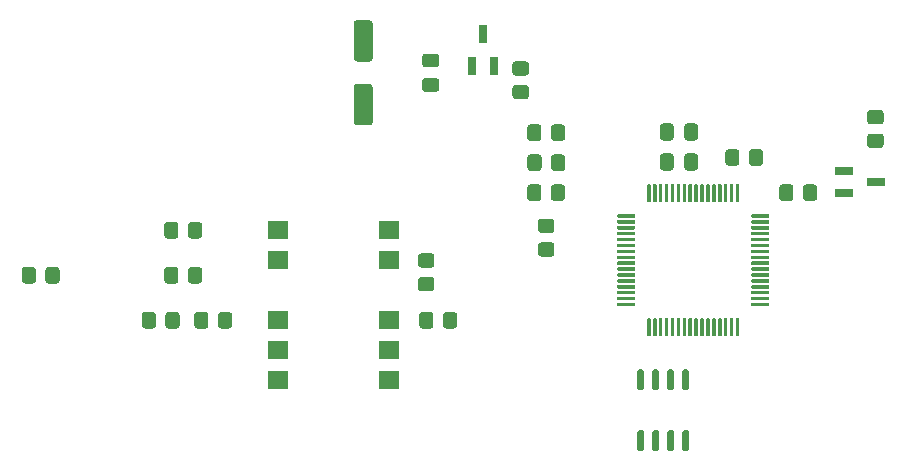
<source format=gbr>
%TF.GenerationSoftware,KiCad,Pcbnew,(5.1.9)-1*%
%TF.CreationDate,2021-12-16T02:45:32+03:00*%
%TF.ProjectId,pcb-heater,7063622d-6865-4617-9465-722e6b696361,rev?*%
%TF.SameCoordinates,Original*%
%TF.FileFunction,Paste,Bot*%
%TF.FilePolarity,Positive*%
%FSLAX46Y46*%
G04 Gerber Fmt 4.6, Leading zero omitted, Abs format (unit mm)*
G04 Created by KiCad (PCBNEW (5.1.9)-1) date 2021-12-16 02:45:32*
%MOMM*%
%LPD*%
G01*
G04 APERTURE LIST*
%ADD10R,1.700000X1.500000*%
%ADD11R,1.560000X0.800000*%
%ADD12R,0.800000X1.560000*%
G04 APERTURE END LIST*
%TO.C,U2*%
G36*
G01*
X116990000Y-114505000D02*
X116690000Y-114505000D01*
G75*
G02*
X116540000Y-114355000I0J150000D01*
G01*
X116540000Y-112905000D01*
G75*
G02*
X116690000Y-112755000I150000J0D01*
G01*
X116990000Y-112755000D01*
G75*
G02*
X117140000Y-112905000I0J-150000D01*
G01*
X117140000Y-114355000D01*
G75*
G02*
X116990000Y-114505000I-150000J0D01*
G01*
G37*
G36*
G01*
X115720000Y-114505000D02*
X115420000Y-114505000D01*
G75*
G02*
X115270000Y-114355000I0J150000D01*
G01*
X115270000Y-112905000D01*
G75*
G02*
X115420000Y-112755000I150000J0D01*
G01*
X115720000Y-112755000D01*
G75*
G02*
X115870000Y-112905000I0J-150000D01*
G01*
X115870000Y-114355000D01*
G75*
G02*
X115720000Y-114505000I-150000J0D01*
G01*
G37*
G36*
G01*
X114450000Y-114505000D02*
X114150000Y-114505000D01*
G75*
G02*
X114000000Y-114355000I0J150000D01*
G01*
X114000000Y-112905000D01*
G75*
G02*
X114150000Y-112755000I150000J0D01*
G01*
X114450000Y-112755000D01*
G75*
G02*
X114600000Y-112905000I0J-150000D01*
G01*
X114600000Y-114355000D01*
G75*
G02*
X114450000Y-114505000I-150000J0D01*
G01*
G37*
G36*
G01*
X113180000Y-114505000D02*
X112880000Y-114505000D01*
G75*
G02*
X112730000Y-114355000I0J150000D01*
G01*
X112730000Y-112905000D01*
G75*
G02*
X112880000Y-112755000I150000J0D01*
G01*
X113180000Y-112755000D01*
G75*
G02*
X113330000Y-112905000I0J-150000D01*
G01*
X113330000Y-114355000D01*
G75*
G02*
X113180000Y-114505000I-150000J0D01*
G01*
G37*
G36*
G01*
X113180000Y-119655000D02*
X112880000Y-119655000D01*
G75*
G02*
X112730000Y-119505000I0J150000D01*
G01*
X112730000Y-118055000D01*
G75*
G02*
X112880000Y-117905000I150000J0D01*
G01*
X113180000Y-117905000D01*
G75*
G02*
X113330000Y-118055000I0J-150000D01*
G01*
X113330000Y-119505000D01*
G75*
G02*
X113180000Y-119655000I-150000J0D01*
G01*
G37*
G36*
G01*
X114450000Y-119655000D02*
X114150000Y-119655000D01*
G75*
G02*
X114000000Y-119505000I0J150000D01*
G01*
X114000000Y-118055000D01*
G75*
G02*
X114150000Y-117905000I150000J0D01*
G01*
X114450000Y-117905000D01*
G75*
G02*
X114600000Y-118055000I0J-150000D01*
G01*
X114600000Y-119505000D01*
G75*
G02*
X114450000Y-119655000I-150000J0D01*
G01*
G37*
G36*
G01*
X115720000Y-119655000D02*
X115420000Y-119655000D01*
G75*
G02*
X115270000Y-119505000I0J150000D01*
G01*
X115270000Y-118055000D01*
G75*
G02*
X115420000Y-117905000I150000J0D01*
G01*
X115720000Y-117905000D01*
G75*
G02*
X115870000Y-118055000I0J-150000D01*
G01*
X115870000Y-119505000D01*
G75*
G02*
X115720000Y-119655000I-150000J0D01*
G01*
G37*
G36*
G01*
X116990000Y-119655000D02*
X116690000Y-119655000D01*
G75*
G02*
X116540000Y-119505000I0J150000D01*
G01*
X116540000Y-118055000D01*
G75*
G02*
X116690000Y-117905000I150000J0D01*
G01*
X116990000Y-117905000D01*
G75*
G02*
X117140000Y-118055000I0J-150000D01*
G01*
X117140000Y-119505000D01*
G75*
G02*
X116990000Y-119655000I-150000J0D01*
G01*
G37*
%TD*%
%TO.C,R16*%
G36*
G01*
X61830000Y-104324999D02*
X61830000Y-105225001D01*
G75*
G02*
X61580001Y-105475000I-249999J0D01*
G01*
X60879999Y-105475000D01*
G75*
G02*
X60630000Y-105225001I0J249999D01*
G01*
X60630000Y-104324999D01*
G75*
G02*
X60879999Y-104075000I249999J0D01*
G01*
X61580001Y-104075000D01*
G75*
G02*
X61830000Y-104324999I0J-249999D01*
G01*
G37*
G36*
G01*
X63830000Y-104324999D02*
X63830000Y-105225001D01*
G75*
G02*
X63580001Y-105475000I-249999J0D01*
G01*
X62879999Y-105475000D01*
G75*
G02*
X62630000Y-105225001I0J249999D01*
G01*
X62630000Y-104324999D01*
G75*
G02*
X62879999Y-104075000I249999J0D01*
G01*
X63580001Y-104075000D01*
G75*
G02*
X63830000Y-104324999I0J-249999D01*
G01*
G37*
%TD*%
D10*
%TO.C,U4*%
X82295000Y-113665000D03*
X91695000Y-113665000D03*
X82295000Y-108585000D03*
X82295000Y-111125000D03*
X91695000Y-111125000D03*
X91695000Y-108585000D03*
%TD*%
%TO.C,U3*%
X91695000Y-103505000D03*
X91695000Y-100965000D03*
X82295000Y-100965000D03*
X82295000Y-103505000D03*
%TD*%
%TO.C,U1*%
G36*
G01*
X111100000Y-99605000D02*
X112500000Y-99605000D01*
G75*
G02*
X112575000Y-99680000I0J-75000D01*
G01*
X112575000Y-99830000D01*
G75*
G02*
X112500000Y-99905000I-75000J0D01*
G01*
X111100000Y-99905000D01*
G75*
G02*
X111025000Y-99830000I0J75000D01*
G01*
X111025000Y-99680000D01*
G75*
G02*
X111100000Y-99605000I75000J0D01*
G01*
G37*
G36*
G01*
X111100000Y-100105000D02*
X112500000Y-100105000D01*
G75*
G02*
X112575000Y-100180000I0J-75000D01*
G01*
X112575000Y-100330000D01*
G75*
G02*
X112500000Y-100405000I-75000J0D01*
G01*
X111100000Y-100405000D01*
G75*
G02*
X111025000Y-100330000I0J75000D01*
G01*
X111025000Y-100180000D01*
G75*
G02*
X111100000Y-100105000I75000J0D01*
G01*
G37*
G36*
G01*
X111100000Y-100605000D02*
X112500000Y-100605000D01*
G75*
G02*
X112575000Y-100680000I0J-75000D01*
G01*
X112575000Y-100830000D01*
G75*
G02*
X112500000Y-100905000I-75000J0D01*
G01*
X111100000Y-100905000D01*
G75*
G02*
X111025000Y-100830000I0J75000D01*
G01*
X111025000Y-100680000D01*
G75*
G02*
X111100000Y-100605000I75000J0D01*
G01*
G37*
G36*
G01*
X111100000Y-101105000D02*
X112500000Y-101105000D01*
G75*
G02*
X112575000Y-101180000I0J-75000D01*
G01*
X112575000Y-101330000D01*
G75*
G02*
X112500000Y-101405000I-75000J0D01*
G01*
X111100000Y-101405000D01*
G75*
G02*
X111025000Y-101330000I0J75000D01*
G01*
X111025000Y-101180000D01*
G75*
G02*
X111100000Y-101105000I75000J0D01*
G01*
G37*
G36*
G01*
X111100000Y-101605000D02*
X112500000Y-101605000D01*
G75*
G02*
X112575000Y-101680000I0J-75000D01*
G01*
X112575000Y-101830000D01*
G75*
G02*
X112500000Y-101905000I-75000J0D01*
G01*
X111100000Y-101905000D01*
G75*
G02*
X111025000Y-101830000I0J75000D01*
G01*
X111025000Y-101680000D01*
G75*
G02*
X111100000Y-101605000I75000J0D01*
G01*
G37*
G36*
G01*
X111100000Y-102105000D02*
X112500000Y-102105000D01*
G75*
G02*
X112575000Y-102180000I0J-75000D01*
G01*
X112575000Y-102330000D01*
G75*
G02*
X112500000Y-102405000I-75000J0D01*
G01*
X111100000Y-102405000D01*
G75*
G02*
X111025000Y-102330000I0J75000D01*
G01*
X111025000Y-102180000D01*
G75*
G02*
X111100000Y-102105000I75000J0D01*
G01*
G37*
G36*
G01*
X111100000Y-102605000D02*
X112500000Y-102605000D01*
G75*
G02*
X112575000Y-102680000I0J-75000D01*
G01*
X112575000Y-102830000D01*
G75*
G02*
X112500000Y-102905000I-75000J0D01*
G01*
X111100000Y-102905000D01*
G75*
G02*
X111025000Y-102830000I0J75000D01*
G01*
X111025000Y-102680000D01*
G75*
G02*
X111100000Y-102605000I75000J0D01*
G01*
G37*
G36*
G01*
X111100000Y-103105000D02*
X112500000Y-103105000D01*
G75*
G02*
X112575000Y-103180000I0J-75000D01*
G01*
X112575000Y-103330000D01*
G75*
G02*
X112500000Y-103405000I-75000J0D01*
G01*
X111100000Y-103405000D01*
G75*
G02*
X111025000Y-103330000I0J75000D01*
G01*
X111025000Y-103180000D01*
G75*
G02*
X111100000Y-103105000I75000J0D01*
G01*
G37*
G36*
G01*
X111100000Y-103605000D02*
X112500000Y-103605000D01*
G75*
G02*
X112575000Y-103680000I0J-75000D01*
G01*
X112575000Y-103830000D01*
G75*
G02*
X112500000Y-103905000I-75000J0D01*
G01*
X111100000Y-103905000D01*
G75*
G02*
X111025000Y-103830000I0J75000D01*
G01*
X111025000Y-103680000D01*
G75*
G02*
X111100000Y-103605000I75000J0D01*
G01*
G37*
G36*
G01*
X111100000Y-104105000D02*
X112500000Y-104105000D01*
G75*
G02*
X112575000Y-104180000I0J-75000D01*
G01*
X112575000Y-104330000D01*
G75*
G02*
X112500000Y-104405000I-75000J0D01*
G01*
X111100000Y-104405000D01*
G75*
G02*
X111025000Y-104330000I0J75000D01*
G01*
X111025000Y-104180000D01*
G75*
G02*
X111100000Y-104105000I75000J0D01*
G01*
G37*
G36*
G01*
X111100000Y-104605000D02*
X112500000Y-104605000D01*
G75*
G02*
X112575000Y-104680000I0J-75000D01*
G01*
X112575000Y-104830000D01*
G75*
G02*
X112500000Y-104905000I-75000J0D01*
G01*
X111100000Y-104905000D01*
G75*
G02*
X111025000Y-104830000I0J75000D01*
G01*
X111025000Y-104680000D01*
G75*
G02*
X111100000Y-104605000I75000J0D01*
G01*
G37*
G36*
G01*
X111100000Y-105105000D02*
X112500000Y-105105000D01*
G75*
G02*
X112575000Y-105180000I0J-75000D01*
G01*
X112575000Y-105330000D01*
G75*
G02*
X112500000Y-105405000I-75000J0D01*
G01*
X111100000Y-105405000D01*
G75*
G02*
X111025000Y-105330000I0J75000D01*
G01*
X111025000Y-105180000D01*
G75*
G02*
X111100000Y-105105000I75000J0D01*
G01*
G37*
G36*
G01*
X111100000Y-105605000D02*
X112500000Y-105605000D01*
G75*
G02*
X112575000Y-105680000I0J-75000D01*
G01*
X112575000Y-105830000D01*
G75*
G02*
X112500000Y-105905000I-75000J0D01*
G01*
X111100000Y-105905000D01*
G75*
G02*
X111025000Y-105830000I0J75000D01*
G01*
X111025000Y-105680000D01*
G75*
G02*
X111100000Y-105605000I75000J0D01*
G01*
G37*
G36*
G01*
X111100000Y-106105000D02*
X112500000Y-106105000D01*
G75*
G02*
X112575000Y-106180000I0J-75000D01*
G01*
X112575000Y-106330000D01*
G75*
G02*
X112500000Y-106405000I-75000J0D01*
G01*
X111100000Y-106405000D01*
G75*
G02*
X111025000Y-106330000I0J75000D01*
G01*
X111025000Y-106180000D01*
G75*
G02*
X111100000Y-106105000I75000J0D01*
G01*
G37*
G36*
G01*
X111100000Y-106605000D02*
X112500000Y-106605000D01*
G75*
G02*
X112575000Y-106680000I0J-75000D01*
G01*
X112575000Y-106830000D01*
G75*
G02*
X112500000Y-106905000I-75000J0D01*
G01*
X111100000Y-106905000D01*
G75*
G02*
X111025000Y-106830000I0J75000D01*
G01*
X111025000Y-106680000D01*
G75*
G02*
X111100000Y-106605000I75000J0D01*
G01*
G37*
G36*
G01*
X111100000Y-107105000D02*
X112500000Y-107105000D01*
G75*
G02*
X112575000Y-107180000I0J-75000D01*
G01*
X112575000Y-107330000D01*
G75*
G02*
X112500000Y-107405000I-75000J0D01*
G01*
X111100000Y-107405000D01*
G75*
G02*
X111025000Y-107330000I0J75000D01*
G01*
X111025000Y-107180000D01*
G75*
G02*
X111100000Y-107105000I75000J0D01*
G01*
G37*
G36*
G01*
X113650000Y-108405000D02*
X113800000Y-108405000D01*
G75*
G02*
X113875000Y-108480000I0J-75000D01*
G01*
X113875000Y-109880000D01*
G75*
G02*
X113800000Y-109955000I-75000J0D01*
G01*
X113650000Y-109955000D01*
G75*
G02*
X113575000Y-109880000I0J75000D01*
G01*
X113575000Y-108480000D01*
G75*
G02*
X113650000Y-108405000I75000J0D01*
G01*
G37*
G36*
G01*
X114150000Y-108405000D02*
X114300000Y-108405000D01*
G75*
G02*
X114375000Y-108480000I0J-75000D01*
G01*
X114375000Y-109880000D01*
G75*
G02*
X114300000Y-109955000I-75000J0D01*
G01*
X114150000Y-109955000D01*
G75*
G02*
X114075000Y-109880000I0J75000D01*
G01*
X114075000Y-108480000D01*
G75*
G02*
X114150000Y-108405000I75000J0D01*
G01*
G37*
G36*
G01*
X114650000Y-108405000D02*
X114800000Y-108405000D01*
G75*
G02*
X114875000Y-108480000I0J-75000D01*
G01*
X114875000Y-109880000D01*
G75*
G02*
X114800000Y-109955000I-75000J0D01*
G01*
X114650000Y-109955000D01*
G75*
G02*
X114575000Y-109880000I0J75000D01*
G01*
X114575000Y-108480000D01*
G75*
G02*
X114650000Y-108405000I75000J0D01*
G01*
G37*
G36*
G01*
X115150000Y-108405000D02*
X115300000Y-108405000D01*
G75*
G02*
X115375000Y-108480000I0J-75000D01*
G01*
X115375000Y-109880000D01*
G75*
G02*
X115300000Y-109955000I-75000J0D01*
G01*
X115150000Y-109955000D01*
G75*
G02*
X115075000Y-109880000I0J75000D01*
G01*
X115075000Y-108480000D01*
G75*
G02*
X115150000Y-108405000I75000J0D01*
G01*
G37*
G36*
G01*
X115650000Y-108405000D02*
X115800000Y-108405000D01*
G75*
G02*
X115875000Y-108480000I0J-75000D01*
G01*
X115875000Y-109880000D01*
G75*
G02*
X115800000Y-109955000I-75000J0D01*
G01*
X115650000Y-109955000D01*
G75*
G02*
X115575000Y-109880000I0J75000D01*
G01*
X115575000Y-108480000D01*
G75*
G02*
X115650000Y-108405000I75000J0D01*
G01*
G37*
G36*
G01*
X116150000Y-108405000D02*
X116300000Y-108405000D01*
G75*
G02*
X116375000Y-108480000I0J-75000D01*
G01*
X116375000Y-109880000D01*
G75*
G02*
X116300000Y-109955000I-75000J0D01*
G01*
X116150000Y-109955000D01*
G75*
G02*
X116075000Y-109880000I0J75000D01*
G01*
X116075000Y-108480000D01*
G75*
G02*
X116150000Y-108405000I75000J0D01*
G01*
G37*
G36*
G01*
X116650000Y-108405000D02*
X116800000Y-108405000D01*
G75*
G02*
X116875000Y-108480000I0J-75000D01*
G01*
X116875000Y-109880000D01*
G75*
G02*
X116800000Y-109955000I-75000J0D01*
G01*
X116650000Y-109955000D01*
G75*
G02*
X116575000Y-109880000I0J75000D01*
G01*
X116575000Y-108480000D01*
G75*
G02*
X116650000Y-108405000I75000J0D01*
G01*
G37*
G36*
G01*
X117150000Y-108405000D02*
X117300000Y-108405000D01*
G75*
G02*
X117375000Y-108480000I0J-75000D01*
G01*
X117375000Y-109880000D01*
G75*
G02*
X117300000Y-109955000I-75000J0D01*
G01*
X117150000Y-109955000D01*
G75*
G02*
X117075000Y-109880000I0J75000D01*
G01*
X117075000Y-108480000D01*
G75*
G02*
X117150000Y-108405000I75000J0D01*
G01*
G37*
G36*
G01*
X117650000Y-108405000D02*
X117800000Y-108405000D01*
G75*
G02*
X117875000Y-108480000I0J-75000D01*
G01*
X117875000Y-109880000D01*
G75*
G02*
X117800000Y-109955000I-75000J0D01*
G01*
X117650000Y-109955000D01*
G75*
G02*
X117575000Y-109880000I0J75000D01*
G01*
X117575000Y-108480000D01*
G75*
G02*
X117650000Y-108405000I75000J0D01*
G01*
G37*
G36*
G01*
X118150000Y-108405000D02*
X118300000Y-108405000D01*
G75*
G02*
X118375000Y-108480000I0J-75000D01*
G01*
X118375000Y-109880000D01*
G75*
G02*
X118300000Y-109955000I-75000J0D01*
G01*
X118150000Y-109955000D01*
G75*
G02*
X118075000Y-109880000I0J75000D01*
G01*
X118075000Y-108480000D01*
G75*
G02*
X118150000Y-108405000I75000J0D01*
G01*
G37*
G36*
G01*
X118650000Y-108405000D02*
X118800000Y-108405000D01*
G75*
G02*
X118875000Y-108480000I0J-75000D01*
G01*
X118875000Y-109880000D01*
G75*
G02*
X118800000Y-109955000I-75000J0D01*
G01*
X118650000Y-109955000D01*
G75*
G02*
X118575000Y-109880000I0J75000D01*
G01*
X118575000Y-108480000D01*
G75*
G02*
X118650000Y-108405000I75000J0D01*
G01*
G37*
G36*
G01*
X119150000Y-108405000D02*
X119300000Y-108405000D01*
G75*
G02*
X119375000Y-108480000I0J-75000D01*
G01*
X119375000Y-109880000D01*
G75*
G02*
X119300000Y-109955000I-75000J0D01*
G01*
X119150000Y-109955000D01*
G75*
G02*
X119075000Y-109880000I0J75000D01*
G01*
X119075000Y-108480000D01*
G75*
G02*
X119150000Y-108405000I75000J0D01*
G01*
G37*
G36*
G01*
X119650000Y-108405000D02*
X119800000Y-108405000D01*
G75*
G02*
X119875000Y-108480000I0J-75000D01*
G01*
X119875000Y-109880000D01*
G75*
G02*
X119800000Y-109955000I-75000J0D01*
G01*
X119650000Y-109955000D01*
G75*
G02*
X119575000Y-109880000I0J75000D01*
G01*
X119575000Y-108480000D01*
G75*
G02*
X119650000Y-108405000I75000J0D01*
G01*
G37*
G36*
G01*
X120150000Y-108405000D02*
X120300000Y-108405000D01*
G75*
G02*
X120375000Y-108480000I0J-75000D01*
G01*
X120375000Y-109880000D01*
G75*
G02*
X120300000Y-109955000I-75000J0D01*
G01*
X120150000Y-109955000D01*
G75*
G02*
X120075000Y-109880000I0J75000D01*
G01*
X120075000Y-108480000D01*
G75*
G02*
X120150000Y-108405000I75000J0D01*
G01*
G37*
G36*
G01*
X120650000Y-108405000D02*
X120800000Y-108405000D01*
G75*
G02*
X120875000Y-108480000I0J-75000D01*
G01*
X120875000Y-109880000D01*
G75*
G02*
X120800000Y-109955000I-75000J0D01*
G01*
X120650000Y-109955000D01*
G75*
G02*
X120575000Y-109880000I0J75000D01*
G01*
X120575000Y-108480000D01*
G75*
G02*
X120650000Y-108405000I75000J0D01*
G01*
G37*
G36*
G01*
X121150000Y-108405000D02*
X121300000Y-108405000D01*
G75*
G02*
X121375000Y-108480000I0J-75000D01*
G01*
X121375000Y-109880000D01*
G75*
G02*
X121300000Y-109955000I-75000J0D01*
G01*
X121150000Y-109955000D01*
G75*
G02*
X121075000Y-109880000I0J75000D01*
G01*
X121075000Y-108480000D01*
G75*
G02*
X121150000Y-108405000I75000J0D01*
G01*
G37*
G36*
G01*
X122450000Y-107105000D02*
X123850000Y-107105000D01*
G75*
G02*
X123925000Y-107180000I0J-75000D01*
G01*
X123925000Y-107330000D01*
G75*
G02*
X123850000Y-107405000I-75000J0D01*
G01*
X122450000Y-107405000D01*
G75*
G02*
X122375000Y-107330000I0J75000D01*
G01*
X122375000Y-107180000D01*
G75*
G02*
X122450000Y-107105000I75000J0D01*
G01*
G37*
G36*
G01*
X122450000Y-106605000D02*
X123850000Y-106605000D01*
G75*
G02*
X123925000Y-106680000I0J-75000D01*
G01*
X123925000Y-106830000D01*
G75*
G02*
X123850000Y-106905000I-75000J0D01*
G01*
X122450000Y-106905000D01*
G75*
G02*
X122375000Y-106830000I0J75000D01*
G01*
X122375000Y-106680000D01*
G75*
G02*
X122450000Y-106605000I75000J0D01*
G01*
G37*
G36*
G01*
X122450000Y-106105000D02*
X123850000Y-106105000D01*
G75*
G02*
X123925000Y-106180000I0J-75000D01*
G01*
X123925000Y-106330000D01*
G75*
G02*
X123850000Y-106405000I-75000J0D01*
G01*
X122450000Y-106405000D01*
G75*
G02*
X122375000Y-106330000I0J75000D01*
G01*
X122375000Y-106180000D01*
G75*
G02*
X122450000Y-106105000I75000J0D01*
G01*
G37*
G36*
G01*
X122450000Y-105605000D02*
X123850000Y-105605000D01*
G75*
G02*
X123925000Y-105680000I0J-75000D01*
G01*
X123925000Y-105830000D01*
G75*
G02*
X123850000Y-105905000I-75000J0D01*
G01*
X122450000Y-105905000D01*
G75*
G02*
X122375000Y-105830000I0J75000D01*
G01*
X122375000Y-105680000D01*
G75*
G02*
X122450000Y-105605000I75000J0D01*
G01*
G37*
G36*
G01*
X122450000Y-105105000D02*
X123850000Y-105105000D01*
G75*
G02*
X123925000Y-105180000I0J-75000D01*
G01*
X123925000Y-105330000D01*
G75*
G02*
X123850000Y-105405000I-75000J0D01*
G01*
X122450000Y-105405000D01*
G75*
G02*
X122375000Y-105330000I0J75000D01*
G01*
X122375000Y-105180000D01*
G75*
G02*
X122450000Y-105105000I75000J0D01*
G01*
G37*
G36*
G01*
X122450000Y-104605000D02*
X123850000Y-104605000D01*
G75*
G02*
X123925000Y-104680000I0J-75000D01*
G01*
X123925000Y-104830000D01*
G75*
G02*
X123850000Y-104905000I-75000J0D01*
G01*
X122450000Y-104905000D01*
G75*
G02*
X122375000Y-104830000I0J75000D01*
G01*
X122375000Y-104680000D01*
G75*
G02*
X122450000Y-104605000I75000J0D01*
G01*
G37*
G36*
G01*
X122450000Y-104105000D02*
X123850000Y-104105000D01*
G75*
G02*
X123925000Y-104180000I0J-75000D01*
G01*
X123925000Y-104330000D01*
G75*
G02*
X123850000Y-104405000I-75000J0D01*
G01*
X122450000Y-104405000D01*
G75*
G02*
X122375000Y-104330000I0J75000D01*
G01*
X122375000Y-104180000D01*
G75*
G02*
X122450000Y-104105000I75000J0D01*
G01*
G37*
G36*
G01*
X122450000Y-103605000D02*
X123850000Y-103605000D01*
G75*
G02*
X123925000Y-103680000I0J-75000D01*
G01*
X123925000Y-103830000D01*
G75*
G02*
X123850000Y-103905000I-75000J0D01*
G01*
X122450000Y-103905000D01*
G75*
G02*
X122375000Y-103830000I0J75000D01*
G01*
X122375000Y-103680000D01*
G75*
G02*
X122450000Y-103605000I75000J0D01*
G01*
G37*
G36*
G01*
X122450000Y-103105000D02*
X123850000Y-103105000D01*
G75*
G02*
X123925000Y-103180000I0J-75000D01*
G01*
X123925000Y-103330000D01*
G75*
G02*
X123850000Y-103405000I-75000J0D01*
G01*
X122450000Y-103405000D01*
G75*
G02*
X122375000Y-103330000I0J75000D01*
G01*
X122375000Y-103180000D01*
G75*
G02*
X122450000Y-103105000I75000J0D01*
G01*
G37*
G36*
G01*
X122450000Y-102605000D02*
X123850000Y-102605000D01*
G75*
G02*
X123925000Y-102680000I0J-75000D01*
G01*
X123925000Y-102830000D01*
G75*
G02*
X123850000Y-102905000I-75000J0D01*
G01*
X122450000Y-102905000D01*
G75*
G02*
X122375000Y-102830000I0J75000D01*
G01*
X122375000Y-102680000D01*
G75*
G02*
X122450000Y-102605000I75000J0D01*
G01*
G37*
G36*
G01*
X122450000Y-102105000D02*
X123850000Y-102105000D01*
G75*
G02*
X123925000Y-102180000I0J-75000D01*
G01*
X123925000Y-102330000D01*
G75*
G02*
X123850000Y-102405000I-75000J0D01*
G01*
X122450000Y-102405000D01*
G75*
G02*
X122375000Y-102330000I0J75000D01*
G01*
X122375000Y-102180000D01*
G75*
G02*
X122450000Y-102105000I75000J0D01*
G01*
G37*
G36*
G01*
X122450000Y-101605000D02*
X123850000Y-101605000D01*
G75*
G02*
X123925000Y-101680000I0J-75000D01*
G01*
X123925000Y-101830000D01*
G75*
G02*
X123850000Y-101905000I-75000J0D01*
G01*
X122450000Y-101905000D01*
G75*
G02*
X122375000Y-101830000I0J75000D01*
G01*
X122375000Y-101680000D01*
G75*
G02*
X122450000Y-101605000I75000J0D01*
G01*
G37*
G36*
G01*
X122450000Y-101105000D02*
X123850000Y-101105000D01*
G75*
G02*
X123925000Y-101180000I0J-75000D01*
G01*
X123925000Y-101330000D01*
G75*
G02*
X123850000Y-101405000I-75000J0D01*
G01*
X122450000Y-101405000D01*
G75*
G02*
X122375000Y-101330000I0J75000D01*
G01*
X122375000Y-101180000D01*
G75*
G02*
X122450000Y-101105000I75000J0D01*
G01*
G37*
G36*
G01*
X122450000Y-100605000D02*
X123850000Y-100605000D01*
G75*
G02*
X123925000Y-100680000I0J-75000D01*
G01*
X123925000Y-100830000D01*
G75*
G02*
X123850000Y-100905000I-75000J0D01*
G01*
X122450000Y-100905000D01*
G75*
G02*
X122375000Y-100830000I0J75000D01*
G01*
X122375000Y-100680000D01*
G75*
G02*
X122450000Y-100605000I75000J0D01*
G01*
G37*
G36*
G01*
X122450000Y-100105000D02*
X123850000Y-100105000D01*
G75*
G02*
X123925000Y-100180000I0J-75000D01*
G01*
X123925000Y-100330000D01*
G75*
G02*
X123850000Y-100405000I-75000J0D01*
G01*
X122450000Y-100405000D01*
G75*
G02*
X122375000Y-100330000I0J75000D01*
G01*
X122375000Y-100180000D01*
G75*
G02*
X122450000Y-100105000I75000J0D01*
G01*
G37*
G36*
G01*
X122450000Y-99605000D02*
X123850000Y-99605000D01*
G75*
G02*
X123925000Y-99680000I0J-75000D01*
G01*
X123925000Y-99830000D01*
G75*
G02*
X123850000Y-99905000I-75000J0D01*
G01*
X122450000Y-99905000D01*
G75*
G02*
X122375000Y-99830000I0J75000D01*
G01*
X122375000Y-99680000D01*
G75*
G02*
X122450000Y-99605000I75000J0D01*
G01*
G37*
G36*
G01*
X121150000Y-97055000D02*
X121300000Y-97055000D01*
G75*
G02*
X121375000Y-97130000I0J-75000D01*
G01*
X121375000Y-98530000D01*
G75*
G02*
X121300000Y-98605000I-75000J0D01*
G01*
X121150000Y-98605000D01*
G75*
G02*
X121075000Y-98530000I0J75000D01*
G01*
X121075000Y-97130000D01*
G75*
G02*
X121150000Y-97055000I75000J0D01*
G01*
G37*
G36*
G01*
X120650000Y-97055000D02*
X120800000Y-97055000D01*
G75*
G02*
X120875000Y-97130000I0J-75000D01*
G01*
X120875000Y-98530000D01*
G75*
G02*
X120800000Y-98605000I-75000J0D01*
G01*
X120650000Y-98605000D01*
G75*
G02*
X120575000Y-98530000I0J75000D01*
G01*
X120575000Y-97130000D01*
G75*
G02*
X120650000Y-97055000I75000J0D01*
G01*
G37*
G36*
G01*
X120150000Y-97055000D02*
X120300000Y-97055000D01*
G75*
G02*
X120375000Y-97130000I0J-75000D01*
G01*
X120375000Y-98530000D01*
G75*
G02*
X120300000Y-98605000I-75000J0D01*
G01*
X120150000Y-98605000D01*
G75*
G02*
X120075000Y-98530000I0J75000D01*
G01*
X120075000Y-97130000D01*
G75*
G02*
X120150000Y-97055000I75000J0D01*
G01*
G37*
G36*
G01*
X119650000Y-97055000D02*
X119800000Y-97055000D01*
G75*
G02*
X119875000Y-97130000I0J-75000D01*
G01*
X119875000Y-98530000D01*
G75*
G02*
X119800000Y-98605000I-75000J0D01*
G01*
X119650000Y-98605000D01*
G75*
G02*
X119575000Y-98530000I0J75000D01*
G01*
X119575000Y-97130000D01*
G75*
G02*
X119650000Y-97055000I75000J0D01*
G01*
G37*
G36*
G01*
X119150000Y-97055000D02*
X119300000Y-97055000D01*
G75*
G02*
X119375000Y-97130000I0J-75000D01*
G01*
X119375000Y-98530000D01*
G75*
G02*
X119300000Y-98605000I-75000J0D01*
G01*
X119150000Y-98605000D01*
G75*
G02*
X119075000Y-98530000I0J75000D01*
G01*
X119075000Y-97130000D01*
G75*
G02*
X119150000Y-97055000I75000J0D01*
G01*
G37*
G36*
G01*
X118650000Y-97055000D02*
X118800000Y-97055000D01*
G75*
G02*
X118875000Y-97130000I0J-75000D01*
G01*
X118875000Y-98530000D01*
G75*
G02*
X118800000Y-98605000I-75000J0D01*
G01*
X118650000Y-98605000D01*
G75*
G02*
X118575000Y-98530000I0J75000D01*
G01*
X118575000Y-97130000D01*
G75*
G02*
X118650000Y-97055000I75000J0D01*
G01*
G37*
G36*
G01*
X118150000Y-97055000D02*
X118300000Y-97055000D01*
G75*
G02*
X118375000Y-97130000I0J-75000D01*
G01*
X118375000Y-98530000D01*
G75*
G02*
X118300000Y-98605000I-75000J0D01*
G01*
X118150000Y-98605000D01*
G75*
G02*
X118075000Y-98530000I0J75000D01*
G01*
X118075000Y-97130000D01*
G75*
G02*
X118150000Y-97055000I75000J0D01*
G01*
G37*
G36*
G01*
X117650000Y-97055000D02*
X117800000Y-97055000D01*
G75*
G02*
X117875000Y-97130000I0J-75000D01*
G01*
X117875000Y-98530000D01*
G75*
G02*
X117800000Y-98605000I-75000J0D01*
G01*
X117650000Y-98605000D01*
G75*
G02*
X117575000Y-98530000I0J75000D01*
G01*
X117575000Y-97130000D01*
G75*
G02*
X117650000Y-97055000I75000J0D01*
G01*
G37*
G36*
G01*
X117150000Y-97055000D02*
X117300000Y-97055000D01*
G75*
G02*
X117375000Y-97130000I0J-75000D01*
G01*
X117375000Y-98530000D01*
G75*
G02*
X117300000Y-98605000I-75000J0D01*
G01*
X117150000Y-98605000D01*
G75*
G02*
X117075000Y-98530000I0J75000D01*
G01*
X117075000Y-97130000D01*
G75*
G02*
X117150000Y-97055000I75000J0D01*
G01*
G37*
G36*
G01*
X116650000Y-97055000D02*
X116800000Y-97055000D01*
G75*
G02*
X116875000Y-97130000I0J-75000D01*
G01*
X116875000Y-98530000D01*
G75*
G02*
X116800000Y-98605000I-75000J0D01*
G01*
X116650000Y-98605000D01*
G75*
G02*
X116575000Y-98530000I0J75000D01*
G01*
X116575000Y-97130000D01*
G75*
G02*
X116650000Y-97055000I75000J0D01*
G01*
G37*
G36*
G01*
X116150000Y-97055000D02*
X116300000Y-97055000D01*
G75*
G02*
X116375000Y-97130000I0J-75000D01*
G01*
X116375000Y-98530000D01*
G75*
G02*
X116300000Y-98605000I-75000J0D01*
G01*
X116150000Y-98605000D01*
G75*
G02*
X116075000Y-98530000I0J75000D01*
G01*
X116075000Y-97130000D01*
G75*
G02*
X116150000Y-97055000I75000J0D01*
G01*
G37*
G36*
G01*
X115650000Y-97055000D02*
X115800000Y-97055000D01*
G75*
G02*
X115875000Y-97130000I0J-75000D01*
G01*
X115875000Y-98530000D01*
G75*
G02*
X115800000Y-98605000I-75000J0D01*
G01*
X115650000Y-98605000D01*
G75*
G02*
X115575000Y-98530000I0J75000D01*
G01*
X115575000Y-97130000D01*
G75*
G02*
X115650000Y-97055000I75000J0D01*
G01*
G37*
G36*
G01*
X115150000Y-97055000D02*
X115300000Y-97055000D01*
G75*
G02*
X115375000Y-97130000I0J-75000D01*
G01*
X115375000Y-98530000D01*
G75*
G02*
X115300000Y-98605000I-75000J0D01*
G01*
X115150000Y-98605000D01*
G75*
G02*
X115075000Y-98530000I0J75000D01*
G01*
X115075000Y-97130000D01*
G75*
G02*
X115150000Y-97055000I75000J0D01*
G01*
G37*
G36*
G01*
X114650000Y-97055000D02*
X114800000Y-97055000D01*
G75*
G02*
X114875000Y-97130000I0J-75000D01*
G01*
X114875000Y-98530000D01*
G75*
G02*
X114800000Y-98605000I-75000J0D01*
G01*
X114650000Y-98605000D01*
G75*
G02*
X114575000Y-98530000I0J75000D01*
G01*
X114575000Y-97130000D01*
G75*
G02*
X114650000Y-97055000I75000J0D01*
G01*
G37*
G36*
G01*
X114150000Y-97055000D02*
X114300000Y-97055000D01*
G75*
G02*
X114375000Y-97130000I0J-75000D01*
G01*
X114375000Y-98530000D01*
G75*
G02*
X114300000Y-98605000I-75000J0D01*
G01*
X114150000Y-98605000D01*
G75*
G02*
X114075000Y-98530000I0J75000D01*
G01*
X114075000Y-97130000D01*
G75*
G02*
X114150000Y-97055000I75000J0D01*
G01*
G37*
G36*
G01*
X113650000Y-97055000D02*
X113800000Y-97055000D01*
G75*
G02*
X113875000Y-97130000I0J-75000D01*
G01*
X113875000Y-98530000D01*
G75*
G02*
X113800000Y-98605000I-75000J0D01*
G01*
X113650000Y-98605000D01*
G75*
G02*
X113575000Y-98530000I0J75000D01*
G01*
X113575000Y-97130000D01*
G75*
G02*
X113650000Y-97055000I75000J0D01*
G01*
G37*
%TD*%
%TO.C,R15*%
G36*
G01*
X72790000Y-109035001D02*
X72790000Y-108134999D01*
G75*
G02*
X73039999Y-107885000I249999J0D01*
G01*
X73740001Y-107885000D01*
G75*
G02*
X73990000Y-108134999I0J-249999D01*
G01*
X73990000Y-109035001D01*
G75*
G02*
X73740001Y-109285000I-249999J0D01*
G01*
X73039999Y-109285000D01*
G75*
G02*
X72790000Y-109035001I0J249999D01*
G01*
G37*
G36*
G01*
X70790000Y-109035001D02*
X70790000Y-108134999D01*
G75*
G02*
X71039999Y-107885000I249999J0D01*
G01*
X71740001Y-107885000D01*
G75*
G02*
X71990000Y-108134999I0J-249999D01*
G01*
X71990000Y-109035001D01*
G75*
G02*
X71740001Y-109285000I-249999J0D01*
G01*
X71039999Y-109285000D01*
G75*
G02*
X70790000Y-109035001I0J249999D01*
G01*
G37*
%TD*%
%TO.C,R14*%
G36*
G01*
X95319001Y-104121000D02*
X94418999Y-104121000D01*
G75*
G02*
X94169000Y-103871001I0J249999D01*
G01*
X94169000Y-103170999D01*
G75*
G02*
X94418999Y-102921000I249999J0D01*
G01*
X95319001Y-102921000D01*
G75*
G02*
X95569000Y-103170999I0J-249999D01*
G01*
X95569000Y-103871001D01*
G75*
G02*
X95319001Y-104121000I-249999J0D01*
G01*
G37*
G36*
G01*
X95319001Y-106121000D02*
X94418999Y-106121000D01*
G75*
G02*
X94169000Y-105871001I0J249999D01*
G01*
X94169000Y-105170999D01*
G75*
G02*
X94418999Y-104921000I249999J0D01*
G01*
X95319001Y-104921000D01*
G75*
G02*
X95569000Y-105170999I0J-249999D01*
G01*
X95569000Y-105871001D01*
G75*
G02*
X95319001Y-106121000I-249999J0D01*
G01*
G37*
%TD*%
%TO.C,R13*%
G36*
G01*
X77235000Y-109035001D02*
X77235000Y-108134999D01*
G75*
G02*
X77484999Y-107885000I249999J0D01*
G01*
X78185001Y-107885000D01*
G75*
G02*
X78435000Y-108134999I0J-249999D01*
G01*
X78435000Y-109035001D01*
G75*
G02*
X78185001Y-109285000I-249999J0D01*
G01*
X77484999Y-109285000D01*
G75*
G02*
X77235000Y-109035001I0J249999D01*
G01*
G37*
G36*
G01*
X75235000Y-109035001D02*
X75235000Y-108134999D01*
G75*
G02*
X75484999Y-107885000I249999J0D01*
G01*
X76185001Y-107885000D01*
G75*
G02*
X76435000Y-108134999I0J-249999D01*
G01*
X76435000Y-109035001D01*
G75*
G02*
X76185001Y-109285000I-249999J0D01*
G01*
X75484999Y-109285000D01*
G75*
G02*
X75235000Y-109035001I0J249999D01*
G01*
G37*
%TD*%
%TO.C,R12*%
G36*
G01*
X105423000Y-98240001D02*
X105423000Y-97339999D01*
G75*
G02*
X105672999Y-97090000I249999J0D01*
G01*
X106373001Y-97090000D01*
G75*
G02*
X106623000Y-97339999I0J-249999D01*
G01*
X106623000Y-98240001D01*
G75*
G02*
X106373001Y-98490000I-249999J0D01*
G01*
X105672999Y-98490000D01*
G75*
G02*
X105423000Y-98240001I0J249999D01*
G01*
G37*
G36*
G01*
X103423000Y-98240001D02*
X103423000Y-97339999D01*
G75*
G02*
X103672999Y-97090000I249999J0D01*
G01*
X104373001Y-97090000D01*
G75*
G02*
X104623000Y-97339999I0J-249999D01*
G01*
X104623000Y-98240001D01*
G75*
G02*
X104373001Y-98490000I-249999J0D01*
G01*
X103672999Y-98490000D01*
G75*
G02*
X103423000Y-98240001I0J249999D01*
G01*
G37*
%TD*%
%TO.C,R11*%
G36*
G01*
X105445000Y-95700001D02*
X105445000Y-94799999D01*
G75*
G02*
X105694999Y-94550000I249999J0D01*
G01*
X106395001Y-94550000D01*
G75*
G02*
X106645000Y-94799999I0J-249999D01*
G01*
X106645000Y-95700001D01*
G75*
G02*
X106395001Y-95950000I-249999J0D01*
G01*
X105694999Y-95950000D01*
G75*
G02*
X105445000Y-95700001I0J249999D01*
G01*
G37*
G36*
G01*
X103445000Y-95700001D02*
X103445000Y-94799999D01*
G75*
G02*
X103694999Y-94550000I249999J0D01*
G01*
X104395001Y-94550000D01*
G75*
G02*
X104645000Y-94799999I0J-249999D01*
G01*
X104645000Y-95700001D01*
G75*
G02*
X104395001Y-95950000I-249999J0D01*
G01*
X103694999Y-95950000D01*
G75*
G02*
X103445000Y-95700001I0J249999D01*
G01*
G37*
%TD*%
%TO.C,R10*%
G36*
G01*
X105479001Y-101200000D02*
X104578999Y-101200000D01*
G75*
G02*
X104329000Y-100950001I0J249999D01*
G01*
X104329000Y-100249999D01*
G75*
G02*
X104578999Y-100000000I249999J0D01*
G01*
X105479001Y-100000000D01*
G75*
G02*
X105729000Y-100249999I0J-249999D01*
G01*
X105729000Y-100950001D01*
G75*
G02*
X105479001Y-101200000I-249999J0D01*
G01*
G37*
G36*
G01*
X105479001Y-103200000D02*
X104578999Y-103200000D01*
G75*
G02*
X104329000Y-102950001I0J249999D01*
G01*
X104329000Y-102249999D01*
G75*
G02*
X104578999Y-102000000I249999J0D01*
G01*
X105479001Y-102000000D01*
G75*
G02*
X105729000Y-102249999I0J-249999D01*
G01*
X105729000Y-102950001D01*
G75*
G02*
X105479001Y-103200000I-249999J0D01*
G01*
G37*
%TD*%
%TO.C,R9*%
G36*
G01*
X105429000Y-93160001D02*
X105429000Y-92259999D01*
G75*
G02*
X105678999Y-92010000I249999J0D01*
G01*
X106379001Y-92010000D01*
G75*
G02*
X106629000Y-92259999I0J-249999D01*
G01*
X106629000Y-93160001D01*
G75*
G02*
X106379001Y-93410000I-249999J0D01*
G01*
X105678999Y-93410000D01*
G75*
G02*
X105429000Y-93160001I0J249999D01*
G01*
G37*
G36*
G01*
X103429000Y-93160001D02*
X103429000Y-92259999D01*
G75*
G02*
X103678999Y-92010000I249999J0D01*
G01*
X104379001Y-92010000D01*
G75*
G02*
X104629000Y-92259999I0J-249999D01*
G01*
X104629000Y-93160001D01*
G75*
G02*
X104379001Y-93410000I-249999J0D01*
G01*
X103678999Y-93410000D01*
G75*
G02*
X103429000Y-93160001I0J249999D01*
G01*
G37*
%TD*%
%TO.C,R8*%
G36*
G01*
X96285000Y-109035001D02*
X96285000Y-108134999D01*
G75*
G02*
X96534999Y-107885000I249999J0D01*
G01*
X97235001Y-107885000D01*
G75*
G02*
X97485000Y-108134999I0J-249999D01*
G01*
X97485000Y-109035001D01*
G75*
G02*
X97235001Y-109285000I-249999J0D01*
G01*
X96534999Y-109285000D01*
G75*
G02*
X96285000Y-109035001I0J249999D01*
G01*
G37*
G36*
G01*
X94285000Y-109035001D02*
X94285000Y-108134999D01*
G75*
G02*
X94534999Y-107885000I249999J0D01*
G01*
X95235001Y-107885000D01*
G75*
G02*
X95485000Y-108134999I0J-249999D01*
G01*
X95485000Y-109035001D01*
G75*
G02*
X95235001Y-109285000I-249999J0D01*
G01*
X94534999Y-109285000D01*
G75*
G02*
X94285000Y-109035001I0J249999D01*
G01*
G37*
%TD*%
%TO.C,R7*%
G36*
G01*
X73895000Y-100514999D02*
X73895000Y-101415001D01*
G75*
G02*
X73645001Y-101665000I-249999J0D01*
G01*
X72944999Y-101665000D01*
G75*
G02*
X72695000Y-101415001I0J249999D01*
G01*
X72695000Y-100514999D01*
G75*
G02*
X72944999Y-100265000I249999J0D01*
G01*
X73645001Y-100265000D01*
G75*
G02*
X73895000Y-100514999I0J-249999D01*
G01*
G37*
G36*
G01*
X75895000Y-100514999D02*
X75895000Y-101415001D01*
G75*
G02*
X75645001Y-101665000I-249999J0D01*
G01*
X74944999Y-101665000D01*
G75*
G02*
X74695000Y-101415001I0J249999D01*
G01*
X74695000Y-100514999D01*
G75*
G02*
X74944999Y-100265000I249999J0D01*
G01*
X75645001Y-100265000D01*
G75*
G02*
X75895000Y-100514999I0J-249999D01*
G01*
G37*
%TD*%
%TO.C,R6*%
G36*
G01*
X73895000Y-104324999D02*
X73895000Y-105225001D01*
G75*
G02*
X73645001Y-105475000I-249999J0D01*
G01*
X72944999Y-105475000D01*
G75*
G02*
X72695000Y-105225001I0J249999D01*
G01*
X72695000Y-104324999D01*
G75*
G02*
X72944999Y-104075000I249999J0D01*
G01*
X73645001Y-104075000D01*
G75*
G02*
X73895000Y-104324999I0J-249999D01*
G01*
G37*
G36*
G01*
X75895000Y-104324999D02*
X75895000Y-105225001D01*
G75*
G02*
X75645001Y-105475000I-249999J0D01*
G01*
X74944999Y-105475000D01*
G75*
G02*
X74695000Y-105225001I0J249999D01*
G01*
X74695000Y-104324999D01*
G75*
G02*
X74944999Y-104075000I249999J0D01*
G01*
X75645001Y-104075000D01*
G75*
G02*
X75895000Y-104324999I0J-249999D01*
G01*
G37*
%TD*%
%TO.C,R5*%
G36*
G01*
X122193000Y-95255501D02*
X122193000Y-94355499D01*
G75*
G02*
X122442999Y-94105500I249999J0D01*
G01*
X123143001Y-94105500D01*
G75*
G02*
X123393000Y-94355499I0J-249999D01*
G01*
X123393000Y-95255501D01*
G75*
G02*
X123143001Y-95505500I-249999J0D01*
G01*
X122442999Y-95505500D01*
G75*
G02*
X122193000Y-95255501I0J249999D01*
G01*
G37*
G36*
G01*
X120193000Y-95255501D02*
X120193000Y-94355499D01*
G75*
G02*
X120442999Y-94105500I249999J0D01*
G01*
X121143001Y-94105500D01*
G75*
G02*
X121393000Y-94355499I0J-249999D01*
G01*
X121393000Y-95255501D01*
G75*
G02*
X121143001Y-95505500I-249999J0D01*
G01*
X120442999Y-95505500D01*
G75*
G02*
X120193000Y-95255501I0J249999D01*
G01*
G37*
%TD*%
%TO.C,R4*%
G36*
G01*
X132455499Y-92792500D02*
X133355501Y-92792500D01*
G75*
G02*
X133605500Y-93042499I0J-249999D01*
G01*
X133605500Y-93742501D01*
G75*
G02*
X133355501Y-93992500I-249999J0D01*
G01*
X132455499Y-93992500D01*
G75*
G02*
X132205500Y-93742501I0J249999D01*
G01*
X132205500Y-93042499D01*
G75*
G02*
X132455499Y-92792500I249999J0D01*
G01*
G37*
G36*
G01*
X132455499Y-90792500D02*
X133355501Y-90792500D01*
G75*
G02*
X133605500Y-91042499I0J-249999D01*
G01*
X133605500Y-91742501D01*
G75*
G02*
X133355501Y-91992500I-249999J0D01*
G01*
X132455499Y-91992500D01*
G75*
G02*
X132205500Y-91742501I0J249999D01*
G01*
X132205500Y-91042499D01*
G75*
G02*
X132455499Y-90792500I249999J0D01*
G01*
G37*
%TD*%
%TO.C,R3*%
G36*
G01*
X125965000Y-97339999D02*
X125965000Y-98240001D01*
G75*
G02*
X125715001Y-98490000I-249999J0D01*
G01*
X125014999Y-98490000D01*
G75*
G02*
X124765000Y-98240001I0J249999D01*
G01*
X124765000Y-97339999D01*
G75*
G02*
X125014999Y-97090000I249999J0D01*
G01*
X125715001Y-97090000D01*
G75*
G02*
X125965000Y-97339999I0J-249999D01*
G01*
G37*
G36*
G01*
X127965000Y-97339999D02*
X127965000Y-98240001D01*
G75*
G02*
X127715001Y-98490000I-249999J0D01*
G01*
X127014999Y-98490000D01*
G75*
G02*
X126765000Y-98240001I0J249999D01*
G01*
X126765000Y-97339999D01*
G75*
G02*
X127014999Y-97090000I249999J0D01*
G01*
X127715001Y-97090000D01*
G75*
G02*
X127965000Y-97339999I0J-249999D01*
G01*
G37*
%TD*%
%TO.C,R1*%
G36*
G01*
X102419999Y-88665000D02*
X103320001Y-88665000D01*
G75*
G02*
X103570000Y-88914999I0J-249999D01*
G01*
X103570000Y-89615001D01*
G75*
G02*
X103320001Y-89865000I-249999J0D01*
G01*
X102419999Y-89865000D01*
G75*
G02*
X102170000Y-89615001I0J249999D01*
G01*
X102170000Y-88914999D01*
G75*
G02*
X102419999Y-88665000I249999J0D01*
G01*
G37*
G36*
G01*
X102419999Y-86665000D02*
X103320001Y-86665000D01*
G75*
G02*
X103570000Y-86914999I0J-249999D01*
G01*
X103570000Y-87615001D01*
G75*
G02*
X103320001Y-87865000I-249999J0D01*
G01*
X102419999Y-87865000D01*
G75*
G02*
X102170000Y-87615001I0J249999D01*
G01*
X102170000Y-86914999D01*
G75*
G02*
X102419999Y-86665000I249999J0D01*
G01*
G37*
%TD*%
D11*
%TO.C,Q2*%
X130222000Y-97851000D03*
X130222000Y-95951000D03*
X132922000Y-96901000D03*
%TD*%
D12*
%TO.C,Q1*%
X100645000Y-87075000D03*
X98745000Y-87075000D03*
X99695000Y-84375000D03*
%TD*%
%TO.C,C7*%
G36*
G01*
X95725000Y-87180000D02*
X94775000Y-87180000D01*
G75*
G02*
X94525000Y-86930000I0J250000D01*
G01*
X94525000Y-86255000D01*
G75*
G02*
X94775000Y-86005000I250000J0D01*
G01*
X95725000Y-86005000D01*
G75*
G02*
X95975000Y-86255000I0J-250000D01*
G01*
X95975000Y-86930000D01*
G75*
G02*
X95725000Y-87180000I-250000J0D01*
G01*
G37*
G36*
G01*
X95725000Y-89255000D02*
X94775000Y-89255000D01*
G75*
G02*
X94525000Y-89005000I0J250000D01*
G01*
X94525000Y-88330000D01*
G75*
G02*
X94775000Y-88080000I250000J0D01*
G01*
X95725000Y-88080000D01*
G75*
G02*
X95975000Y-88330000I0J-250000D01*
G01*
X95975000Y-89005000D01*
G75*
G02*
X95725000Y-89255000I-250000J0D01*
G01*
G37*
%TD*%
%TO.C,C6*%
G36*
G01*
X90085000Y-86680000D02*
X88985000Y-86680000D01*
G75*
G02*
X88735000Y-86430000I0J250000D01*
G01*
X88735000Y-83430000D01*
G75*
G02*
X88985000Y-83180000I250000J0D01*
G01*
X90085000Y-83180000D01*
G75*
G02*
X90335000Y-83430000I0J-250000D01*
G01*
X90335000Y-86430000D01*
G75*
G02*
X90085000Y-86680000I-250000J0D01*
G01*
G37*
G36*
G01*
X90085000Y-92080000D02*
X88985000Y-92080000D01*
G75*
G02*
X88735000Y-91830000I0J250000D01*
G01*
X88735000Y-88830000D01*
G75*
G02*
X88985000Y-88580000I250000J0D01*
G01*
X90085000Y-88580000D01*
G75*
G02*
X90335000Y-88830000I0J-250000D01*
G01*
X90335000Y-91830000D01*
G75*
G02*
X90085000Y-92080000I-250000J0D01*
G01*
G37*
%TD*%
%TO.C,C4*%
G36*
G01*
X116718500Y-95661500D02*
X116718500Y-94711500D01*
G75*
G02*
X116968500Y-94461500I250000J0D01*
G01*
X117643500Y-94461500D01*
G75*
G02*
X117893500Y-94711500I0J-250000D01*
G01*
X117893500Y-95661500D01*
G75*
G02*
X117643500Y-95911500I-250000J0D01*
G01*
X116968500Y-95911500D01*
G75*
G02*
X116718500Y-95661500I0J250000D01*
G01*
G37*
G36*
G01*
X114643500Y-95661500D02*
X114643500Y-94711500D01*
G75*
G02*
X114893500Y-94461500I250000J0D01*
G01*
X115568500Y-94461500D01*
G75*
G02*
X115818500Y-94711500I0J-250000D01*
G01*
X115818500Y-95661500D01*
G75*
G02*
X115568500Y-95911500I-250000J0D01*
G01*
X114893500Y-95911500D01*
G75*
G02*
X114643500Y-95661500I0J250000D01*
G01*
G37*
%TD*%
%TO.C,C3*%
G36*
G01*
X116718500Y-93121500D02*
X116718500Y-92171500D01*
G75*
G02*
X116968500Y-91921500I250000J0D01*
G01*
X117643500Y-91921500D01*
G75*
G02*
X117893500Y-92171500I0J-250000D01*
G01*
X117893500Y-93121500D01*
G75*
G02*
X117643500Y-93371500I-250000J0D01*
G01*
X116968500Y-93371500D01*
G75*
G02*
X116718500Y-93121500I0J250000D01*
G01*
G37*
G36*
G01*
X114643500Y-93121500D02*
X114643500Y-92171500D01*
G75*
G02*
X114893500Y-91921500I250000J0D01*
G01*
X115568500Y-91921500D01*
G75*
G02*
X115818500Y-92171500I0J-250000D01*
G01*
X115818500Y-93121500D01*
G75*
G02*
X115568500Y-93371500I-250000J0D01*
G01*
X114893500Y-93371500D01*
G75*
G02*
X114643500Y-93121500I0J250000D01*
G01*
G37*
%TD*%
M02*

</source>
